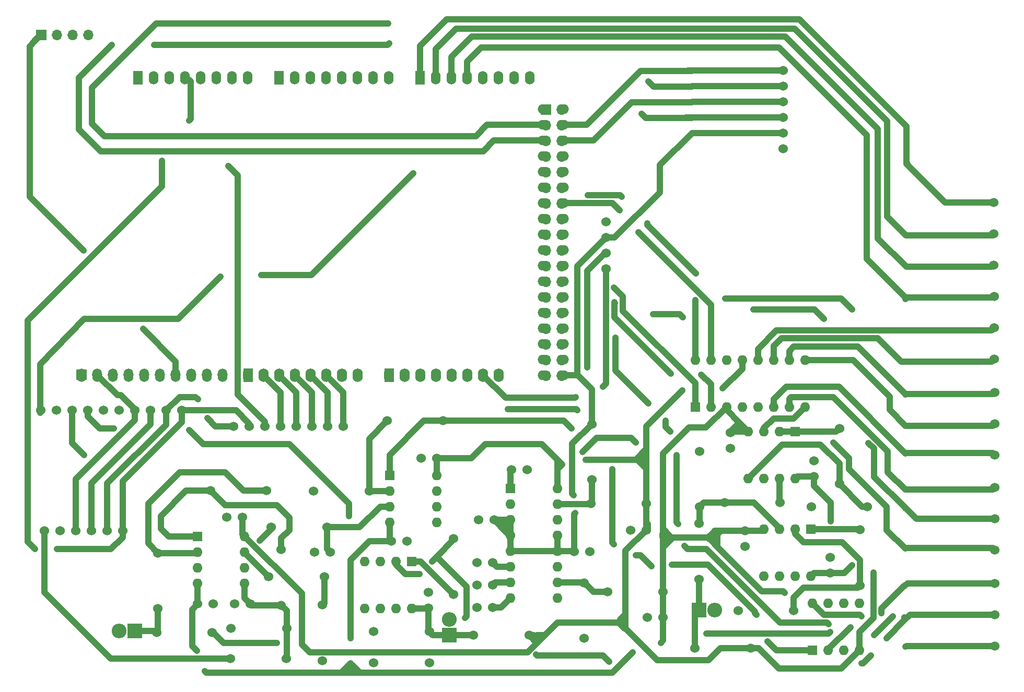
<source format=gbr>
G04 #@! TF.FileFunction,Copper,L2,Bot,Signal*
%FSLAX46Y46*%
G04 Gerber Fmt 4.6, Leading zero omitted, Abs format (unit mm)*
G04 Created by KiCad (PCBNEW 4.0.7) date 05/29/18 15:05:14*
%MOMM*%
%LPD*%
G01*
G04 APERTURE LIST*
%ADD10C,0.100000*%
%ADD11O,1.524000X2.199640*%
%ADD12O,1.524000X2.197100*%
%ADD13O,1.998980X1.539240*%
%ADD14O,1.998980X1.536700*%
%ADD15R,1.700000X1.700000*%
%ADD16O,1.700000X1.700000*%
%ADD17R,1.524000X2.199640*%
%ADD18C,1.524000*%
%ADD19R,2.400000X2.400000*%
%ADD20O,2.400000X2.400000*%
%ADD21R,1.600000X1.600000*%
%ADD22O,1.600000X1.600000*%
%ADD23C,0.600000*%
%ADD24C,1.000000*%
G04 APERTURE END LIST*
D10*
D11*
X71019200Y-61748800D03*
X73559200Y-61748800D03*
X76099200Y-61748800D03*
X78639200Y-61748800D03*
X81179200Y-61748800D03*
X83719200Y-61748800D03*
X86259200Y-61748800D03*
X88799200Y-61748800D03*
X93879200Y-61748800D03*
X96419200Y-61748800D03*
X98959200Y-61748800D03*
X101499200Y-61748800D03*
X104039200Y-61748800D03*
X106579200Y-61748800D03*
X109119200Y-61748800D03*
X111659200Y-61748800D03*
X116739200Y-61748800D03*
X119279200Y-61748800D03*
X121819200Y-61748800D03*
D12*
X124359200Y-61748800D03*
X126899200Y-61748800D03*
X129439200Y-61748800D03*
X131979200Y-61748800D03*
X134519200Y-61748800D03*
D13*
X136810280Y-66828800D03*
X136810280Y-69368800D03*
X136810280Y-71908800D03*
X136810280Y-74448800D03*
X136810280Y-76988800D03*
X136810280Y-79528800D03*
X136810280Y-82068800D03*
X136810280Y-84608800D03*
X136810280Y-87148800D03*
X136810280Y-89688800D03*
X136810280Y-92228800D03*
X136810280Y-94768800D03*
X136810280Y-97308800D03*
X136810280Y-99848800D03*
X136810280Y-102388800D03*
X136810280Y-104928800D03*
X136810280Y-107468800D03*
X136810280Y-110008800D03*
D14*
X139845580Y-66828800D03*
X139845580Y-69368800D03*
X139845580Y-71908800D03*
X139845580Y-74448800D03*
X139845580Y-76988800D03*
X139845580Y-79528800D03*
X139845580Y-82068800D03*
X139845580Y-84608800D03*
X139845580Y-87148800D03*
X139845580Y-89688800D03*
X139845580Y-92228800D03*
X139845580Y-94768800D03*
X139845580Y-97308800D03*
X139845580Y-99848800D03*
X139845580Y-102388800D03*
X139845580Y-104928800D03*
X139845580Y-107468800D03*
X139845580Y-110008800D03*
D12*
X129439200Y-110008800D03*
X126899200Y-110008800D03*
X124359200Y-110008800D03*
X121819200Y-110008800D03*
X119279200Y-110008800D03*
X116739200Y-110008800D03*
X114199200Y-110008800D03*
X111659200Y-110008800D03*
X106579200Y-110008800D03*
X104039200Y-110008800D03*
X101499200Y-110008800D03*
X98959200Y-110008800D03*
X96419200Y-110008800D03*
X93879200Y-110008800D03*
X91339200Y-110008800D03*
X88799200Y-110008800D03*
X84735200Y-110008800D03*
X82195200Y-110008800D03*
X79655200Y-110008800D03*
X77115200Y-110008800D03*
X74575200Y-110008800D03*
X72035200Y-110008800D03*
X69495200Y-110008800D03*
X66955200Y-110008800D03*
X64415200Y-110008800D03*
X61875200Y-110008800D03*
D15*
X61870000Y-109970000D03*
D16*
X64410000Y-109970000D03*
X66950000Y-109970000D03*
X69490000Y-109970000D03*
X72030000Y-109970000D03*
X74570000Y-109970000D03*
X77110000Y-109970000D03*
X79650000Y-109970000D03*
X82190000Y-109970000D03*
X84730000Y-109970000D03*
D17*
X88809200Y-109998800D03*
D11*
X91349200Y-109998800D03*
X93889200Y-109998800D03*
X96429200Y-109998800D03*
X98969200Y-109998800D03*
X101509200Y-109998800D03*
X104049200Y-109998800D03*
X106589200Y-109998800D03*
D17*
X111669200Y-110008800D03*
D11*
X114209200Y-110008800D03*
X116749200Y-110008800D03*
X119289200Y-110008800D03*
X121829200Y-110008800D03*
X124369200Y-110008800D03*
X126909200Y-110008800D03*
X129449200Y-110008800D03*
D15*
X137079200Y-66898800D03*
D16*
X139619200Y-66898800D03*
X137079200Y-69438800D03*
X139619200Y-69438800D03*
X137079200Y-71978800D03*
X139619200Y-71978800D03*
X137079200Y-74518800D03*
X139619200Y-74518800D03*
X137079200Y-77058800D03*
X139619200Y-77058800D03*
X137079200Y-79598800D03*
X139619200Y-79598800D03*
X137079200Y-82138800D03*
X139619200Y-82138800D03*
X137079200Y-84678800D03*
X139619200Y-84678800D03*
X137079200Y-87218800D03*
X139619200Y-87218800D03*
X137079200Y-89758800D03*
X139619200Y-89758800D03*
X137079200Y-92298800D03*
X139619200Y-92298800D03*
X137079200Y-94838800D03*
X139619200Y-94838800D03*
X137079200Y-97378800D03*
X139619200Y-97378800D03*
X137079200Y-99918800D03*
X139619200Y-99918800D03*
X137079200Y-102458800D03*
X139619200Y-102458800D03*
X137079200Y-104998800D03*
X139619200Y-104998800D03*
X137079200Y-107538800D03*
X139619200Y-107538800D03*
X137079200Y-110078800D03*
X139619200Y-110078800D03*
D17*
X93879200Y-61748800D03*
D11*
X96419200Y-61748800D03*
X98959200Y-61748800D03*
X101499200Y-61748800D03*
X104039200Y-61748800D03*
X106579200Y-61748800D03*
X109119200Y-61748800D03*
X111659200Y-61748800D03*
D17*
X116739200Y-61748800D03*
D11*
X119279200Y-61748800D03*
X121819200Y-61748800D03*
X124359200Y-61748800D03*
X126899200Y-61748800D03*
X129439200Y-61748800D03*
X131979200Y-61748800D03*
X134519200Y-61748800D03*
D17*
X71019200Y-61748800D03*
D11*
X73559200Y-61748800D03*
X76099200Y-61748800D03*
X78639200Y-61748800D03*
X81179200Y-61748800D03*
X83719200Y-61748800D03*
X86259200Y-61748800D03*
X88799200Y-61748800D03*
D18*
X146862800Y-85170100D03*
X146862800Y-87710100D03*
X146862800Y-90250100D03*
X146862800Y-92790100D03*
X175560000Y-60540000D03*
X175560000Y-63080000D03*
X175560000Y-65620000D03*
X175560000Y-68160000D03*
X175560000Y-70700000D03*
X175560000Y-73240000D03*
X86500000Y-118310000D03*
X89040000Y-118310000D03*
X91580000Y-118310000D03*
X94120000Y-118310000D03*
X96660000Y-118310000D03*
X99200000Y-118310000D03*
X101740000Y-118310000D03*
X104280000Y-118310000D03*
D19*
X161890000Y-148090000D03*
D20*
X164430000Y-148090000D03*
D19*
X70520000Y-151550000D03*
D20*
X67980000Y-151550000D03*
D19*
X121412000Y-152146000D03*
D20*
X121412000Y-149606000D03*
D18*
X209690000Y-81960000D03*
X209690000Y-87040000D03*
X209690000Y-92120000D03*
X209740000Y-97280000D03*
X209740000Y-102360000D03*
X209740000Y-107440000D03*
X209800000Y-112810000D03*
X209800000Y-117890000D03*
X209800000Y-122970000D03*
X209850000Y-128230000D03*
X209850000Y-133310000D03*
X209850000Y-138390000D03*
X161900000Y-134110000D03*
X161900000Y-143110000D03*
X162010000Y-122370000D03*
X162010000Y-131370000D03*
X177240000Y-148190000D03*
X168240000Y-148190000D03*
X187990000Y-135110000D03*
X187990000Y-144110000D03*
X83040000Y-151730000D03*
X74040000Y-151730000D03*
X74220000Y-138860000D03*
X74220000Y-147860000D03*
X82788000Y-128738000D03*
X91788000Y-128738000D03*
X95012000Y-155996000D03*
X86012000Y-155996000D03*
X86090000Y-151090000D03*
X95090000Y-151090000D03*
X94194000Y-147336000D03*
X94194000Y-138336000D03*
X100878000Y-147304000D03*
X100878000Y-156304000D03*
X92186000Y-142708000D03*
X101186000Y-142708000D03*
X101616000Y-134660000D03*
X92616000Y-134660000D03*
X108474000Y-128818000D03*
X99474000Y-128818000D03*
X120412000Y-117388000D03*
X111412000Y-117388000D03*
X134382000Y-152186000D03*
X125382000Y-152186000D03*
X109204000Y-151598000D03*
X118204000Y-151598000D03*
X109204000Y-156678000D03*
X118204000Y-156678000D03*
X122134000Y-145558000D03*
X122134000Y-136558000D03*
D21*
X161290000Y-115189000D03*
D22*
X179070000Y-107569000D03*
X163830000Y-115189000D03*
X176530000Y-107569000D03*
X166370000Y-115189000D03*
X173990000Y-107569000D03*
X168910000Y-115189000D03*
X171450000Y-107569000D03*
X171450000Y-115189000D03*
X168910000Y-107569000D03*
X173990000Y-115189000D03*
X166370000Y-107569000D03*
X176530000Y-115189000D03*
X163830000Y-107569000D03*
X179070000Y-115189000D03*
X161290000Y-107569000D03*
D18*
X55231540Y-115721640D03*
X57771540Y-115721640D03*
X60311540Y-115721640D03*
X62851540Y-115721640D03*
X65391540Y-115721640D03*
X67931540Y-115721640D03*
X70471540Y-115721640D03*
X73011540Y-115721640D03*
X75551540Y-115721640D03*
X78091540Y-115721640D03*
D21*
X131318000Y-128422400D03*
D22*
X138938000Y-146202400D03*
X131318000Y-130962400D03*
X138938000Y-143662400D03*
X131318000Y-133502400D03*
X138938000Y-141122400D03*
X131318000Y-136042400D03*
X138938000Y-138582400D03*
X131318000Y-138582400D03*
X138938000Y-136042400D03*
X131318000Y-141122400D03*
X138938000Y-133502400D03*
X131318000Y-143662400D03*
X138938000Y-130962400D03*
X131318000Y-146202400D03*
X138938000Y-128422400D03*
D18*
X131495800Y-125361700D03*
X134035800Y-125361700D03*
X128689100Y-133489700D03*
X126149100Y-133489700D03*
X128460500Y-140423900D03*
X125920500Y-140423900D03*
X128498600Y-144043400D03*
X125958600Y-144043400D03*
X128498600Y-147662900D03*
X125958600Y-147662900D03*
X167015160Y-121899680D03*
X167015160Y-119359680D03*
X180512720Y-123936760D03*
X180512720Y-126476760D03*
X141696440Y-138623040D03*
X144236440Y-138623040D03*
X156083000Y-149326600D03*
X153543000Y-149326600D03*
X153377900Y-135128000D03*
X150837900Y-135128000D03*
X183170000Y-139570000D03*
X183170000Y-142110000D03*
X169370000Y-137800000D03*
X169370000Y-135260000D03*
X83167540Y-147136000D03*
X80627540Y-147136000D03*
X85420520Y-133079640D03*
X87960520Y-133079640D03*
X86614000Y-147066000D03*
X89154000Y-147066000D03*
X99568000Y-138684000D03*
X102108000Y-138684000D03*
X116840000Y-123444000D03*
X119380000Y-123444000D03*
X114554000Y-136906000D03*
X112014000Y-136906000D03*
X118061740Y-145272760D03*
X118061740Y-147812760D03*
X153381200Y-130811900D03*
X144381200Y-130811900D03*
X147062700Y-145184500D03*
X156062700Y-145184500D03*
X144520280Y-117956840D03*
X144520280Y-126956840D03*
X143318860Y-143717520D03*
X143318860Y-152717520D03*
X184656100Y-127625600D03*
X184656100Y-118625600D03*
X189160000Y-131330000D03*
X180160000Y-131330000D03*
X161260000Y-154330000D03*
X170260000Y-154330000D03*
X166049200Y-130706500D03*
X175049200Y-130706500D03*
D21*
X177535840Y-119146320D03*
D22*
X169915840Y-126766320D03*
X174995840Y-119146320D03*
X172455840Y-126766320D03*
X172455840Y-119146320D03*
X174995840Y-126766320D03*
X169915840Y-119146320D03*
X177535840Y-126766320D03*
D21*
X180000000Y-135000000D03*
D22*
X172380000Y-142620000D03*
X177460000Y-135000000D03*
X174920000Y-142620000D03*
X174920000Y-135000000D03*
X177460000Y-142620000D03*
X172380000Y-135000000D03*
X180000000Y-142620000D03*
D21*
X80637700Y-136168280D03*
D22*
X88257700Y-143788280D03*
X80637700Y-138708280D03*
X88257700Y-141248280D03*
X80637700Y-141248280D03*
X88257700Y-138708280D03*
X80637700Y-143788280D03*
X88257700Y-136168280D03*
D21*
X111760000Y-126238000D03*
D22*
X119380000Y-133858000D03*
X111760000Y-128778000D03*
X119380000Y-131318000D03*
X111760000Y-131318000D03*
X119380000Y-128778000D03*
X111760000Y-133858000D03*
X119380000Y-126238000D03*
D21*
X115316000Y-140208000D03*
D22*
X107696000Y-147828000D03*
X112776000Y-140208000D03*
X110236000Y-147828000D03*
X110236000Y-140208000D03*
X112776000Y-147828000D03*
X107696000Y-140208000D03*
X115316000Y-147828000D03*
D18*
X55840000Y-135261100D03*
X58380000Y-135261100D03*
X60920000Y-135261100D03*
X63460000Y-135261100D03*
X66000000Y-135261100D03*
X68540000Y-135261100D03*
D21*
X180319680Y-154614880D03*
D22*
X187939680Y-146994880D03*
X182859680Y-154614880D03*
X185399680Y-146994880D03*
X185399680Y-154614880D03*
X182859680Y-146994880D03*
X187939680Y-154614880D03*
X180319680Y-146994880D03*
D18*
X209850000Y-143770000D03*
X209850000Y-148850000D03*
X209850000Y-153930000D03*
D15*
X55320000Y-54820000D03*
D16*
X57860000Y-54820000D03*
X60400000Y-54820000D03*
X62940000Y-54820000D03*
D23*
X85600000Y-76070000D03*
X79250000Y-68710000D03*
X74853800Y-75209400D03*
X54315360Y-138247120D03*
X57891680Y-138247120D03*
X183134000Y-151638000D03*
X163068000Y-151892000D03*
X141599920Y-129473960D03*
X141823440Y-132379720D03*
X153670000Y-62318900D03*
X111506000Y-52920900D03*
X66725800Y-56388000D03*
X73583800Y-56388000D03*
X111683800Y-56134000D03*
X152577800Y-67564000D03*
X149085300Y-83299300D03*
X152107900Y-86855300D03*
X143891000Y-80818798D03*
X149367240Y-81026000D03*
X153502360Y-85384640D03*
X161437320Y-93543120D03*
X161300195Y-97815365D03*
X148112802Y-95778320D03*
X148249640Y-98348800D03*
X157358080Y-109804200D03*
X162275520Y-109915960D03*
X148336000Y-103886000D03*
X153670000Y-114554000D03*
X156464000Y-117348000D03*
X157226000Y-119126000D03*
X158242000Y-122936000D03*
X158496000Y-134112000D03*
X159512000Y-137668000D03*
X182880000Y-150368000D03*
X130926840Y-115503960D03*
X142214600Y-115727480D03*
X146349720Y-111927640D03*
X143835120Y-108742480D03*
X141935200Y-113548160D03*
X190246000Y-152146000D03*
X193294000Y-149098000D03*
X80700000Y-113920000D03*
X82220000Y-116971642D03*
X175768000Y-145288000D03*
X105410000Y-156718000D03*
X105410000Y-152654000D03*
X81788000Y-157988000D03*
X80518000Y-154745998D03*
X151130000Y-154940000D03*
X155702000Y-153416000D03*
X143510000Y-123698000D03*
X139700000Y-124460000D03*
X97536000Y-153416000D03*
X93472000Y-153416000D03*
X183220000Y-133749998D03*
X186730000Y-140860000D03*
X190230000Y-142000000D03*
X165768020Y-112151160D03*
X159174180Y-112486440D03*
X189374815Y-121013185D03*
X186690000Y-99314000D03*
X166116000Y-97536000D03*
X159258000Y-100584000D03*
X154432000Y-100076000D03*
X84328000Y-93980000D03*
X90932000Y-93726000D03*
X115570000Y-77216000D03*
X170688000Y-99314000D03*
X182118000Y-100838000D03*
X183642000Y-120904000D03*
X188214000Y-149098000D03*
X191480002Y-148590000D03*
X192278000Y-152654000D03*
X189738000Y-155448000D03*
X188214000Y-156718000D03*
X147320000Y-156464000D03*
X135503885Y-155315885D03*
X123952000Y-149352000D03*
X116586000Y-142240000D03*
X118618000Y-140208000D03*
X186436000Y-150876000D03*
X151638000Y-120904000D03*
X143002000Y-122428000D03*
X62230000Y-122936000D03*
X90720595Y-136863405D03*
X141224000Y-118618000D03*
X147828000Y-125222000D03*
X148082000Y-137414000D03*
X151638000Y-139192000D03*
X154178000Y-140970000D03*
X157480000Y-140716000D03*
X171196000Y-148844000D03*
X172974000Y-153162000D03*
X105156000Y-132842000D03*
X79248000Y-118872000D03*
X67056000Y-118618000D03*
X71820000Y-102530000D03*
X62210000Y-89790000D03*
D24*
X78639200Y-61748800D02*
X78888800Y-61748800D01*
X78888800Y-61748800D02*
X79500000Y-62360000D01*
X91580000Y-118310000D02*
X91580000Y-117600000D01*
X91580000Y-117600000D02*
X87120000Y-113140000D01*
X87120000Y-113140000D02*
X87120000Y-77590000D01*
X87120000Y-77590000D02*
X85600000Y-76070000D01*
X79250000Y-68710000D02*
X79500000Y-68460000D01*
X79500000Y-68460000D02*
X79500000Y-62360000D01*
X175560000Y-70700000D02*
X160812760Y-70700000D01*
X155569920Y-80355440D02*
X155569920Y-75942840D01*
X148215260Y-87710100D02*
X155569920Y-80355440D01*
X148215260Y-87710100D02*
X146862800Y-87710100D01*
X155569920Y-75942840D02*
X160696280Y-70816480D01*
X160812760Y-70700000D02*
X160696280Y-70816480D01*
X68540000Y-135261100D02*
X68540000Y-136316080D01*
X74853800Y-79364840D02*
X74853800Y-75209400D01*
X53086000Y-101132640D02*
X74853800Y-79364840D01*
X53086000Y-137017760D02*
X53086000Y-101132640D01*
X54315360Y-138247120D02*
X53086000Y-137017760D01*
X66608960Y-138247120D02*
X57891680Y-138247120D01*
X68540000Y-136316080D02*
X66608960Y-138247120D01*
X118061740Y-147812760D02*
X118061740Y-151455740D01*
X118061740Y-151455740D02*
X118204000Y-151598000D01*
X115316000Y-147828000D02*
X118046500Y-147828000D01*
X118046500Y-147828000D02*
X118061740Y-147812760D01*
X183134000Y-151638000D02*
X182880000Y-151892000D01*
X182880000Y-151892000D02*
X163068000Y-151892000D01*
X138938000Y-138582400D02*
X131318000Y-138582400D01*
X68540000Y-135261100D02*
X68540000Y-127210000D01*
X78091540Y-117658460D02*
X78091540Y-115721640D01*
X68540000Y-127210000D02*
X78091540Y-117658460D01*
X89040000Y-118310000D02*
X89040000Y-117870000D01*
X89040000Y-117870000D02*
X86891640Y-115721640D01*
X86891640Y-115721640D02*
X78091540Y-115721640D01*
X139599200Y-110008800D02*
X141860400Y-110008800D01*
X142214600Y-92358300D02*
X146862800Y-87710100D01*
X142214600Y-109654600D02*
X142214600Y-92358300D01*
X141860400Y-110008800D02*
X142214600Y-109654600D01*
X144520280Y-117956840D02*
X144520280Y-112277520D01*
X142251560Y-110008800D02*
X139599200Y-110008800D01*
X144520280Y-112277520D02*
X142251560Y-110008800D01*
X141696440Y-138623040D02*
X141696440Y-132506720D01*
X141376400Y-121100720D02*
X144520280Y-117956840D01*
X141376400Y-129250440D02*
X141376400Y-121100720D01*
X141599920Y-129473960D02*
X141376400Y-129250440D01*
X141696440Y-132506720D02*
X141823440Y-132379720D01*
X138938000Y-138582400D02*
X138938000Y-136042400D01*
X138938000Y-138582400D02*
X141655800Y-138582400D01*
X141655800Y-138582400D02*
X141696440Y-138623040D01*
X131318000Y-136042400D02*
X131318000Y-138582400D01*
X130705860Y-135506460D02*
X130705860Y-134393940D01*
X130705860Y-134393940D02*
X129801620Y-133489700D01*
X131318000Y-136042400D02*
X131241800Y-136042400D01*
X131241800Y-136042400D02*
X130705860Y-135506460D01*
X130705860Y-135506460D02*
X128689100Y-133489700D01*
X131318000Y-136042400D02*
X131318000Y-133502400D01*
X128689100Y-133489700D02*
X129801620Y-133489700D01*
X129801620Y-133489700D02*
X131305300Y-133489700D01*
X131305300Y-133489700D02*
X131318000Y-133502400D01*
X121412000Y-152146000D02*
X118752000Y-152146000D01*
X118752000Y-152146000D02*
X118204000Y-151598000D01*
X125382000Y-152186000D02*
X121452000Y-152186000D01*
X121452000Y-152186000D02*
X121412000Y-152146000D01*
X209690000Y-81960000D02*
X201760000Y-81960000D01*
X195520000Y-75380000D02*
X195491600Y-75380000D01*
X195520000Y-75720000D02*
X195520000Y-75380000D01*
X201760000Y-81960000D02*
X195520000Y-75720000D01*
X116739200Y-61748800D02*
X116739200Y-56577700D01*
X195491600Y-69596500D02*
X195491600Y-75380000D01*
X195491600Y-75380000D02*
X195880000Y-76080000D01*
X178181000Y-52285900D02*
X195491600Y-69596500D01*
X121031000Y-52285900D02*
X178181000Y-52285900D01*
X116739200Y-56577700D02*
X121031000Y-52285900D01*
X195467450Y-87332550D02*
X209397450Y-87332550D01*
X209397450Y-87332550D02*
X209690000Y-87040000D01*
X119279200Y-57085700D02*
X122555000Y-53809900D01*
X122555000Y-53809900D02*
X177419000Y-53809900D01*
X177419000Y-53809900D02*
X192405000Y-68795900D01*
X192405000Y-68795900D02*
X192405000Y-84270100D01*
X192405000Y-84270100D02*
X195467450Y-87332550D01*
X195467450Y-87332550D02*
X195491600Y-87356700D01*
X119279200Y-57085700D02*
X119279200Y-61748800D01*
X209373300Y-92436700D02*
X195491600Y-92436700D01*
X121819200Y-58355700D02*
X125095000Y-55079900D01*
X125095000Y-55079900D02*
X175895000Y-55079900D01*
X175895000Y-55079900D02*
X190881000Y-70065900D01*
X190881000Y-70065900D02*
X190881000Y-87826100D01*
X190881000Y-87826100D02*
X195491600Y-92436700D01*
X121819200Y-58355700D02*
X121819200Y-61748800D01*
X209373300Y-92436700D02*
X209690000Y-92120000D01*
X195379840Y-97424740D02*
X209595260Y-97424740D01*
X209595260Y-97424740D02*
X209740000Y-97280000D01*
X124359200Y-61748800D02*
X124359200Y-59117700D01*
X189103000Y-91147900D02*
X195379840Y-97424740D01*
X189103000Y-71081900D02*
X189103000Y-91147900D01*
X174879000Y-56857900D02*
X189103000Y-71081900D01*
X126619000Y-56857900D02*
X174879000Y-56857900D01*
X124359200Y-59117700D02*
X126619000Y-56857900D01*
X195379840Y-97424740D02*
X195379840Y-97666560D01*
X175560000Y-63080000D02*
X160812760Y-63080000D01*
X154547580Y-63196480D02*
X153670000Y-62318900D01*
X111506000Y-52920900D02*
X73914000Y-52920900D01*
X73914000Y-52920900D02*
X63500000Y-63334900D01*
X63500000Y-63334900D02*
X63500000Y-69176900D01*
X63500000Y-69176900D02*
X65532000Y-71208900D01*
X65532000Y-71208900D02*
X125730000Y-71208900D01*
X125730000Y-71208900D02*
X127570100Y-69368800D01*
X127570100Y-69368800D02*
X137059200Y-69368800D01*
X160696280Y-63196480D02*
X154547580Y-63196480D01*
X160812760Y-63080000D02*
X160696280Y-63196480D01*
X175560000Y-68160000D02*
X159812960Y-68160000D01*
X159812960Y-68160000D02*
X159696480Y-68276480D01*
X160696280Y-68276480D02*
X159696480Y-68276480D01*
X159696480Y-68276480D02*
X153290280Y-68276480D01*
X128675000Y-71908800D02*
X137059200Y-71908800D01*
X126923800Y-73660000D02*
X128675000Y-71908800D01*
X64947800Y-73660000D02*
X126923800Y-73660000D01*
X61391800Y-70104000D02*
X64947800Y-73660000D01*
X61391800Y-61722000D02*
X61391800Y-70104000D01*
X66725800Y-56388000D02*
X61391800Y-61722000D01*
X111429800Y-56388000D02*
X73583800Y-56388000D01*
X111683800Y-56134000D02*
X111429800Y-56388000D01*
X153290280Y-68276480D02*
X152577800Y-67564000D01*
X175560000Y-60540000D02*
X160130000Y-60540000D01*
X160130000Y-60540000D02*
X160013520Y-60656480D01*
X160696280Y-60656480D02*
X160013520Y-60656480D01*
X160013520Y-60656480D02*
X152436820Y-60656480D01*
X143724500Y-69368800D02*
X139599200Y-69368800D01*
X152436820Y-60656480D02*
X143724500Y-69368800D01*
X139659200Y-69428800D02*
X139599200Y-69368800D01*
X139899200Y-69668800D02*
X139599200Y-69368800D01*
X175560000Y-65620000D02*
X160812760Y-65620000D01*
X151022040Y-65736480D02*
X144849720Y-71908800D01*
X144849720Y-71908800D02*
X139599200Y-71908800D01*
X160696280Y-65736480D02*
X151022040Y-65736480D01*
X160812760Y-65620000D02*
X160696280Y-65736480D01*
X139619200Y-71978800D02*
X139599200Y-71908800D01*
X163830000Y-107569000D02*
X163830000Y-98577400D01*
X147854800Y-82068800D02*
X139599200Y-82068800D01*
X149085300Y-83299300D02*
X147854800Y-82068800D01*
X163830000Y-98577400D02*
X152107900Y-86855300D01*
X161290000Y-107569000D02*
X161290000Y-97825560D01*
X149160038Y-80818798D02*
X143891000Y-80818798D01*
X149367240Y-81026000D02*
X149160038Y-80818798D01*
X153502360Y-85608160D02*
X153502360Y-85384640D01*
X161437320Y-93543120D02*
X153502360Y-85608160D01*
X161290000Y-97825560D02*
X161300195Y-97815365D01*
X161290000Y-115189000D02*
X161290000Y-111333280D01*
X149534880Y-97200398D02*
X148112802Y-95778320D01*
X149534880Y-99578160D02*
X149534880Y-97200398D01*
X161290000Y-111333280D02*
X149534880Y-99578160D01*
X148249640Y-98348800D02*
X148193760Y-98348800D01*
X163830000Y-115189000D02*
X163830000Y-111470440D01*
X148193760Y-100639880D02*
X148193760Y-98348800D01*
X148193760Y-98348800D02*
X148193760Y-98181160D01*
X157358080Y-109804200D02*
X148193760Y-100639880D01*
X163830000Y-111470440D02*
X162275520Y-109915960D01*
X148336000Y-109220000D02*
X148336000Y-103886000D01*
X153670000Y-114554000D02*
X148336000Y-109220000D01*
X156464000Y-118364000D02*
X156464000Y-117348000D01*
X157226000Y-119126000D02*
X156464000Y-118364000D01*
X158242000Y-133858000D02*
X158242000Y-122936000D01*
X158496000Y-134112000D02*
X158242000Y-133858000D01*
X160020000Y-138176000D02*
X159512000Y-137668000D01*
X163068000Y-138176000D02*
X160020000Y-138176000D01*
X175006000Y-150114000D02*
X163068000Y-138176000D01*
X182626000Y-150114000D02*
X175006000Y-150114000D01*
X182880000Y-150368000D02*
X182626000Y-150114000D01*
X63460000Y-135261100D02*
X63460000Y-127540000D01*
X73011540Y-117988460D02*
X73011540Y-115721640D01*
X63460000Y-127540000D02*
X73011540Y-117988460D01*
X146862800Y-92790100D02*
X146862800Y-111414560D01*
X141991080Y-115503960D02*
X130926840Y-115503960D01*
X142214600Y-115727480D02*
X141991080Y-115503960D01*
X146862800Y-111414560D02*
X146349720Y-111927640D01*
X60920000Y-135261100D02*
X60920000Y-126840000D01*
X70471540Y-117288460D02*
X70471540Y-115721640D01*
X60920000Y-126840000D02*
X70471540Y-117288460D01*
X70471540Y-115721640D02*
X70471540Y-115511540D01*
X70471540Y-115511540D02*
X68230000Y-113270000D01*
X68230000Y-113270000D02*
X67676400Y-113270000D01*
X67676400Y-113270000D02*
X64415200Y-110008800D01*
X146862800Y-90250100D02*
X146681100Y-90250100D01*
X146681100Y-90250100D02*
X143835120Y-93096080D01*
X143835120Y-93096080D02*
X143835120Y-108742480D01*
X141935200Y-113548160D02*
X141823440Y-113659920D01*
X141823440Y-113659920D02*
X130550320Y-113659920D01*
X130550320Y-113659920D02*
X126899200Y-110008800D01*
X101740000Y-118310000D02*
X101740000Y-112789600D01*
X101740000Y-112789600D02*
X98959200Y-110008800D01*
X99200000Y-118310000D02*
X99200000Y-112789600D01*
X99200000Y-112789600D02*
X96419200Y-110008800D01*
X96660000Y-118310000D02*
X96660000Y-112789600D01*
X96660000Y-112789600D02*
X93879200Y-110008800D01*
X94120000Y-118310000D02*
X94120000Y-112789600D01*
X94120000Y-112789600D02*
X91339200Y-110008800D01*
X190246000Y-152146000D02*
X193294000Y-149098000D01*
X86500000Y-118310000D02*
X83558358Y-118310000D01*
X77733180Y-113540000D02*
X75551540Y-115721640D01*
X80320000Y-113540000D02*
X77733180Y-113540000D01*
X80700000Y-113920000D02*
X80320000Y-113540000D01*
X83558358Y-118310000D02*
X82220000Y-116971642D01*
X75551540Y-115721640D02*
X75551540Y-118028460D01*
X66000000Y-127580000D02*
X66000000Y-135261100D01*
X75551540Y-118028460D02*
X66000000Y-127580000D01*
X131318000Y-128422400D02*
X131318000Y-125539500D01*
X131318000Y-125539500D02*
X131495800Y-125361700D01*
X131318000Y-141122400D02*
X129159000Y-141122400D01*
X129159000Y-141122400D02*
X128460500Y-140423900D01*
X131318000Y-143662400D02*
X128879600Y-143662400D01*
X128879600Y-143662400D02*
X128498600Y-144043400D01*
X128498600Y-147662900D02*
X129857500Y-147662900D01*
X129857500Y-147662900D02*
X131318000Y-146202400D01*
X164904000Y-137864000D02*
X164904000Y-135832000D01*
X164465000Y-136271000D02*
X164465000Y-137425000D01*
X164592000Y-136906000D02*
X164094000Y-136906000D01*
X164592000Y-137298000D02*
X164592000Y-136906000D01*
X164465000Y-137425000D02*
X164592000Y-137298000D01*
X165608000Y-135260000D02*
X165476000Y-135260000D01*
X165476000Y-135260000D02*
X164904000Y-135832000D01*
X164904000Y-135832000D02*
X164465000Y-136271000D01*
X164465000Y-136271000D02*
X164094000Y-136642000D01*
X164094000Y-135646000D02*
X164094000Y-136642000D01*
X164094000Y-136642000D02*
X164094000Y-136906000D01*
X164094000Y-136906000D02*
X164094000Y-137054000D01*
X164094000Y-137054000D02*
X164084000Y-137044000D01*
X164084000Y-137044000D02*
X164084000Y-136906000D01*
X164084000Y-136906000D02*
X164084000Y-137044000D01*
X172074000Y-145034000D02*
X164904000Y-137864000D01*
X164904000Y-137864000D02*
X164084000Y-137044000D01*
X175514000Y-145034000D02*
X172074000Y-145034000D01*
X175768000Y-145288000D02*
X175514000Y-145034000D01*
X164084000Y-137044000D02*
X163390000Y-136350000D01*
X105664000Y-156972000D02*
X105664000Y-157988000D01*
X105664000Y-157988000D02*
X105410000Y-158242000D01*
X105156000Y-156972000D02*
X105664000Y-156972000D01*
X105664000Y-156972000D02*
X106934000Y-158242000D01*
X112014000Y-136906000D02*
X108458000Y-136906000D01*
X105410000Y-156718000D02*
X105156000Y-156972000D01*
X105156000Y-156972000D02*
X103886000Y-158242000D01*
X105410000Y-139954000D02*
X105410000Y-152654000D01*
X108458000Y-136906000D02*
X105410000Y-139954000D01*
X111760000Y-133858000D02*
X111760000Y-136652000D01*
X111760000Y-136652000D02*
X112014000Y-136906000D01*
X80637700Y-143788280D02*
X80637700Y-147125840D01*
X80637700Y-147125840D02*
X79756000Y-148007540D01*
X82042000Y-158242000D02*
X103886000Y-158242000D01*
X81788000Y-157988000D02*
X82042000Y-158242000D01*
X79756000Y-153983998D02*
X80518000Y-154745998D01*
X79756000Y-148007540D02*
X79756000Y-153983998D01*
X103886000Y-158242000D02*
X105410000Y-158242000D01*
X105410000Y-158242000D02*
X106934000Y-158242000D01*
X106934000Y-158242000D02*
X147828000Y-158242000D01*
X147828000Y-158242000D02*
X151130000Y-154940000D01*
X155702000Y-153416000D02*
X156083000Y-153035000D01*
X156083000Y-153035000D02*
X156083000Y-149326600D01*
X156062700Y-137977300D02*
X157690000Y-136350000D01*
X157690000Y-136350000D02*
X157190000Y-136350000D01*
X156062700Y-134280000D02*
X156062700Y-134932700D01*
X156062700Y-134932700D02*
X157190000Y-136060000D01*
X157190000Y-136060000D02*
X157190000Y-136350000D01*
X169370000Y-135260000D02*
X165608000Y-135260000D01*
X165608000Y-135260000D02*
X164480000Y-135260000D01*
X156020000Y-135790000D02*
X156062700Y-135747300D01*
X156020000Y-136307300D02*
X156020000Y-135790000D01*
X156062700Y-136350000D02*
X156020000Y-136307300D01*
X163390000Y-136350000D02*
X156062700Y-136350000D01*
X164480000Y-135260000D02*
X164094000Y-135646000D01*
X164094000Y-135646000D02*
X163390000Y-136350000D01*
X169370000Y-135260000D02*
X172120000Y-135260000D01*
X172120000Y-135260000D02*
X172380000Y-135000000D01*
X167015160Y-119359680D02*
X167015160Y-119174260D01*
X167015160Y-119174260D02*
X168479470Y-117709950D01*
X167015160Y-119174260D02*
X167723820Y-118465600D01*
X167723820Y-118465600D02*
X169235120Y-118465600D01*
X166370000Y-115189000D02*
X166370000Y-115600480D01*
X166370000Y-115600480D02*
X168479470Y-117709950D01*
X168479470Y-117709950D02*
X169235120Y-118465600D01*
X169235120Y-118465600D02*
X169915840Y-119146320D01*
X169915840Y-119146320D02*
X167228520Y-119146320D01*
X167228520Y-119146320D02*
X167015160Y-119359680D01*
X156062700Y-145184500D02*
X156062700Y-137977300D01*
X156062700Y-137977300D02*
X156062700Y-135747300D01*
X156062700Y-135747300D02*
X156062700Y-134280000D01*
X156062700Y-134280000D02*
X156062700Y-122727700D01*
X156062700Y-122727700D02*
X160286700Y-118503700D01*
X160286700Y-118503700D02*
X163055300Y-118503700D01*
X163055300Y-118503700D02*
X166370000Y-115189000D01*
X156062700Y-145184500D02*
X156062700Y-149306300D01*
X156062700Y-149306300D02*
X156083000Y-149326600D01*
X134382000Y-152186000D02*
X135168000Y-152186000D01*
X135636000Y-152654000D02*
X135636000Y-152186000D01*
X135168000Y-152186000D02*
X135636000Y-152654000D01*
X135636000Y-152186000D02*
X136866000Y-152186000D01*
X135612000Y-153416000D02*
X134382000Y-152186000D01*
X135636000Y-153416000D02*
X135612000Y-153416000D01*
X136866000Y-152186000D02*
X135636000Y-153416000D01*
X138938000Y-123698000D02*
X139700000Y-124460000D01*
X119380000Y-123444000D02*
X124968000Y-123444000D01*
X138938000Y-123698000D02*
X138938000Y-125222000D01*
X136398000Y-121158000D02*
X138938000Y-123698000D01*
X127254000Y-121158000D02*
X136398000Y-121158000D01*
X124968000Y-123444000D02*
X127254000Y-121158000D01*
X119380000Y-126238000D02*
X119380000Y-123444000D01*
X151638000Y-123698000D02*
X153381200Y-121954800D01*
X151130000Y-123698000D02*
X151638000Y-123698000D01*
X151638000Y-123698000D02*
X151892000Y-123698000D01*
X151892000Y-123698000D02*
X153381200Y-125187200D01*
X138938000Y-128422400D02*
X138938000Y-125222000D01*
X153162000Y-123444000D02*
X153381200Y-123444000D01*
X153162000Y-123478800D02*
X153162000Y-123444000D01*
X153381200Y-123698000D02*
X153162000Y-123478800D01*
X143510000Y-123698000D02*
X151130000Y-123698000D01*
X138938000Y-125222000D02*
X139700000Y-124460000D01*
X151130000Y-123698000D02*
X153381200Y-123698000D01*
X97536000Y-153416000D02*
X97536000Y-153670000D01*
X138938000Y-150114000D02*
X150000000Y-150114000D01*
X134112000Y-154940000D02*
X138938000Y-150114000D01*
X98806000Y-154940000D02*
X134112000Y-154940000D01*
X97536000Y-153670000D02*
X98806000Y-154940000D01*
X87960520Y-133079640D02*
X87960520Y-135871100D01*
X87960520Y-135871100D02*
X97536000Y-145446580D01*
X97536000Y-145446580D02*
X97536000Y-153416000D01*
X149860000Y-148844000D02*
X149860000Y-149098000D01*
X149860000Y-149098000D02*
X148844000Y-150114000D01*
X149098000Y-150114000D02*
X149098000Y-149606000D01*
X149098000Y-149606000D02*
X149860000Y-148844000D01*
X149860000Y-148844000D02*
X150000000Y-148704000D01*
X150000000Y-151070000D02*
X149800000Y-151070000D01*
X149800000Y-151070000D02*
X148844000Y-150114000D01*
X149098000Y-150368000D02*
X149098000Y-150114000D01*
X148844000Y-150114000D02*
X149098000Y-150368000D01*
X83040000Y-151730000D02*
X83150000Y-151730000D01*
X83150000Y-151730000D02*
X84836000Y-153416000D01*
X84836000Y-153416000D02*
X93472000Y-153416000D01*
X149098000Y-150114000D02*
X150000000Y-150114000D01*
X180512720Y-126476760D02*
X180512720Y-127972720D01*
X183220000Y-130680000D02*
X183220000Y-133749998D01*
X180512720Y-127972720D02*
X183220000Y-130680000D01*
X187939680Y-154614880D02*
X187939680Y-151690320D01*
X185480000Y-142110000D02*
X183170000Y-142110000D01*
X186730000Y-140860000D02*
X185480000Y-142110000D01*
X190230000Y-149400000D02*
X190230000Y-142000000D01*
X187939680Y-151690320D02*
X190230000Y-149400000D01*
X183170000Y-142110000D02*
X180510000Y-142110000D01*
X180510000Y-142110000D02*
X180000000Y-142620000D01*
X170260000Y-154330000D02*
X171590000Y-154330000D01*
X184934560Y-157620000D02*
X187939680Y-154614880D01*
X174880000Y-157620000D02*
X184934560Y-157620000D01*
X171590000Y-154330000D02*
X174880000Y-157620000D01*
X170260000Y-154330000D02*
X165400000Y-154330000D01*
X150000000Y-138505900D02*
X153377900Y-135128000D01*
X150000000Y-148704000D02*
X150000000Y-138505900D01*
X150000000Y-151070000D02*
X150000000Y-150114000D01*
X150000000Y-150114000D02*
X150000000Y-148704000D01*
X155180000Y-156250000D02*
X150000000Y-151070000D01*
X163480000Y-156250000D02*
X155180000Y-156250000D01*
X165400000Y-154330000D02*
X163480000Y-156250000D01*
X180512720Y-126476760D02*
X177825400Y-126476760D01*
X177825400Y-126476760D02*
X177535840Y-126766320D01*
X168910000Y-107569000D02*
X168910000Y-109009180D01*
X168910000Y-109009180D02*
X165768020Y-112151160D01*
X159174180Y-112486440D02*
X153381200Y-118279420D01*
X153381200Y-118279420D02*
X153381200Y-121954800D01*
X153381200Y-121954800D02*
X153381200Y-123444000D01*
X153381200Y-123444000D02*
X153381200Y-125187200D01*
X153381200Y-125187200D02*
X153381200Y-130811900D01*
X153381200Y-130811900D02*
X153381200Y-135156700D01*
X153381200Y-135156700D02*
X153619200Y-134918700D01*
X153619200Y-134918700D02*
X153619200Y-134150100D01*
X95090000Y-151090000D02*
X95090000Y-155918000D01*
X95090000Y-155918000D02*
X95012000Y-155996000D01*
X95090000Y-151090000D02*
X95090000Y-148232000D01*
X95090000Y-148232000D02*
X94194000Y-147336000D01*
X88257700Y-143788280D02*
X88257700Y-146169700D01*
X88257700Y-146169700D02*
X89424000Y-147336000D01*
X89424000Y-147336000D02*
X94194000Y-147336000D01*
X101616000Y-134660000D02*
X106894000Y-134660000D01*
X110236000Y-131318000D02*
X111760000Y-131318000D01*
X106894000Y-134660000D02*
X110236000Y-131318000D01*
X101616000Y-134660000D02*
X101616000Y-138192000D01*
X101616000Y-138192000D02*
X102108000Y-138684000D01*
X144520280Y-126956840D02*
X144520280Y-130672820D01*
X144520280Y-130672820D02*
X144381200Y-130811900D01*
X138938000Y-130962400D02*
X144230700Y-130962400D01*
X144230700Y-130962400D02*
X144381200Y-130811900D01*
X138938000Y-143662400D02*
X143263740Y-143662400D01*
X143263740Y-143662400D02*
X144785840Y-145184500D01*
X144785840Y-145184500D02*
X147062700Y-145184500D01*
X161900000Y-143110000D02*
X161900000Y-148080000D01*
X161900000Y-148080000D02*
X161260000Y-148720000D01*
X161260000Y-148720000D02*
X161260000Y-154330000D01*
X70520000Y-151550000D02*
X73860000Y-151550000D01*
X73860000Y-151550000D02*
X74220000Y-151190000D01*
X74220000Y-151190000D02*
X74220000Y-147860000D01*
X209353440Y-102746560D02*
X195379840Y-102746560D01*
X171450000Y-105765600D02*
X174469040Y-102746560D01*
X174469040Y-102746560D02*
X195379840Y-102746560D01*
X171450000Y-105765600D02*
X171450000Y-107569000D01*
X209353440Y-102746560D02*
X209740000Y-102360000D01*
X209353440Y-107826560D02*
X195379840Y-107826560D01*
X194710998Y-107826560D02*
X195379840Y-107826560D01*
X173990000Y-105283000D02*
X175276438Y-103996562D01*
X175276438Y-103996562D02*
X190881000Y-103996562D01*
X190881000Y-103996562D02*
X194710998Y-107826560D01*
X173990000Y-105283000D02*
X173990000Y-107569000D01*
X209353440Y-107826560D02*
X209740000Y-107440000D01*
X195368850Y-113091150D02*
X209518850Y-113091150D01*
X209518850Y-113091150D02*
X209800000Y-112810000D01*
X176530000Y-107569000D02*
X176530000Y-106095800D01*
X187662300Y-105384600D02*
X195368850Y-113091150D01*
X195368850Y-113091150D02*
X195402700Y-113125000D01*
X177241200Y-105384600D02*
X187662300Y-105384600D01*
X176530000Y-106095800D02*
X177241200Y-105384600D01*
X209485000Y-118205000D02*
X195402700Y-118205000D01*
X186893200Y-107569000D02*
X192824100Y-113499900D01*
X192824100Y-113499900D02*
X192824100Y-115626400D01*
X192824100Y-115626400D02*
X195402700Y-118205000D01*
X186893200Y-107569000D02*
X179070000Y-107569000D01*
X209485000Y-118205000D02*
X209800000Y-117890000D01*
X209490060Y-122660060D02*
X195359940Y-122660060D01*
X195402700Y-122702820D02*
X195359940Y-122660060D01*
X173990000Y-113959640D02*
X176049940Y-111899700D01*
X176049940Y-111899700D02*
X184599580Y-111899700D01*
X184599580Y-111899700D02*
X195402700Y-122702820D01*
X173990000Y-113959640D02*
X173990000Y-115189000D01*
X209490060Y-122660060D02*
X209800000Y-122970000D01*
X209511800Y-128568200D02*
X195323960Y-128568200D01*
X176530000Y-113815182D02*
X176797022Y-113548160D01*
X176797022Y-113548160D02*
X183677560Y-113548160D01*
X183677560Y-113548160D02*
X192506600Y-122377200D01*
X192506600Y-122377200D02*
X192506600Y-125750840D01*
X192506600Y-125750840D02*
X195323960Y-128568200D01*
X176530000Y-113815182D02*
X176530000Y-115189000D01*
X209511800Y-128568200D02*
X209850000Y-128230000D01*
X195323960Y-131600000D02*
X195420000Y-131600000D01*
X195323960Y-131569960D02*
X190246000Y-126492000D01*
X190246000Y-126492000D02*
X190246000Y-121884370D01*
X190246000Y-121884370D02*
X189374815Y-121013185D01*
X186690000Y-99314000D02*
X184912000Y-97536000D01*
X184912000Y-97536000D02*
X166116000Y-97536000D01*
X159258000Y-100584000D02*
X158750000Y-100076000D01*
X158750000Y-100076000D02*
X154432000Y-100076000D01*
X195323960Y-131600000D02*
X195323960Y-131569960D01*
X197130000Y-133310000D02*
X209850000Y-133310000D01*
X195420000Y-131600000D02*
X197130000Y-133310000D01*
X209500000Y-138040000D02*
X195340000Y-138040000D01*
X55118000Y-108204000D02*
X55118000Y-116078000D01*
X62230000Y-100838000D02*
X55118000Y-108204000D01*
X77470000Y-100838000D02*
X62230000Y-100838000D01*
X84328000Y-93980000D02*
X77470000Y-100838000D01*
X99060000Y-93726000D02*
X90932000Y-93726000D01*
X115570000Y-77216000D02*
X99060000Y-93726000D01*
X180594000Y-99314000D02*
X170688000Y-99314000D01*
X182118000Y-100838000D02*
X180594000Y-99314000D01*
X186182000Y-123444000D02*
X183642000Y-120904000D01*
X186182000Y-125222000D02*
X186182000Y-123444000D01*
X192278000Y-131318000D02*
X186182000Y-125222000D01*
X192278000Y-135128000D02*
X192278000Y-131318000D01*
X195323960Y-138173960D02*
X192278000Y-135128000D01*
X195340000Y-138040000D02*
X195323960Y-138173960D01*
X209500000Y-138040000D02*
X209850000Y-138390000D01*
X209850000Y-143770000D02*
X195694900Y-143770000D01*
X182168800Y-148844000D02*
X180319680Y-146994880D01*
X187960000Y-148844000D02*
X182168800Y-148844000D01*
X188214000Y-149098000D02*
X187960000Y-148844000D01*
X191480002Y-147863998D02*
X191480002Y-148590000D01*
X195104000Y-144240000D02*
X191480002Y-147863998D01*
X195224900Y-144240000D02*
X195104000Y-144240000D01*
X195694900Y-143770000D02*
X195224900Y-144240000D01*
X209850000Y-148850000D02*
X196082000Y-148850000D01*
X196082000Y-148850000D02*
X195224900Y-149707100D01*
X195224900Y-149320000D02*
X195224900Y-149707100D01*
X195224900Y-149707100D02*
X192278000Y-152654000D01*
X189738000Y-155448000D02*
X188468000Y-156718000D01*
X188468000Y-156718000D02*
X188214000Y-156718000D01*
X147320000Y-156464000D02*
X146304000Y-155448000D01*
X146304000Y-155448000D02*
X135636000Y-155448000D01*
X135636000Y-155448000D02*
X135503885Y-155315885D01*
X123952000Y-149352000D02*
X124206000Y-149098000D01*
X124206000Y-149098000D02*
X124206000Y-144272000D01*
X124206000Y-144272000D02*
X119380000Y-139446000D01*
X112776000Y-140208000D02*
X112776000Y-140716000D01*
X112776000Y-140716000D02*
X114300000Y-142240000D01*
X114300000Y-142240000D02*
X116586000Y-142240000D01*
X118618000Y-140208000D02*
X119380000Y-139446000D01*
X119380000Y-139446000D02*
X122134000Y-136692000D01*
X122134000Y-136692000D02*
X122134000Y-136558000D01*
X209850000Y-153930000D02*
X195490000Y-153930000D01*
X195490000Y-153930000D02*
X195360000Y-154060000D01*
X186436000Y-150876000D02*
X182859680Y-154452320D01*
X182859680Y-154452320D02*
X182859680Y-154614880D01*
X182859680Y-154614880D02*
X182859680Y-154452320D01*
X189160000Y-131330000D02*
X188360500Y-131330000D01*
X188360500Y-131330000D02*
X184656100Y-127625600D01*
X184656100Y-127625600D02*
X184656100Y-124343800D01*
X175409860Y-121272300D02*
X169915840Y-126766320D01*
X181584600Y-121272300D02*
X175409860Y-121272300D01*
X184656100Y-124343800D02*
X181584600Y-121272300D01*
X177535840Y-119146320D02*
X184135380Y-119146320D01*
X184135380Y-119146320D02*
X184656100Y-118625600D01*
X177535840Y-119146320D02*
X174995840Y-119146320D01*
X166049200Y-130706500D02*
X170776500Y-130706500D01*
X170776500Y-130706500D02*
X174920000Y-134850000D01*
X174920000Y-134850000D02*
X174920000Y-135000000D01*
X162010000Y-131370000D02*
X162010000Y-134000000D01*
X162010000Y-134000000D02*
X161900000Y-134110000D01*
X166049200Y-130706500D02*
X162673500Y-130706500D01*
X162673500Y-130706500D02*
X162010000Y-131370000D01*
X174995840Y-126766320D02*
X174995840Y-130653140D01*
X174995840Y-130653140D02*
X175049200Y-130706500D01*
X177460000Y-135000000D02*
X177460000Y-135740000D01*
X177460000Y-135740000D02*
X178840000Y-137120000D01*
X178840000Y-137120000D02*
X185090000Y-137120000D01*
X185090000Y-137120000D02*
X187990000Y-140020000D01*
X187990000Y-140020000D02*
X187990000Y-144110000D01*
X177240000Y-148190000D02*
X177240000Y-146120000D01*
X178880000Y-144480000D02*
X187620000Y-144480000D01*
X177240000Y-146120000D02*
X178880000Y-144480000D01*
X187620000Y-144480000D02*
X187990000Y-144110000D01*
X60311540Y-115721640D02*
X60311540Y-121017540D01*
X150876000Y-120142000D02*
X151638000Y-120904000D01*
X145288000Y-120142000D02*
X150876000Y-120142000D01*
X143002000Y-122428000D02*
X145288000Y-120142000D01*
X60311540Y-121017540D02*
X62230000Y-122936000D01*
X180000000Y-135000000D02*
X187880000Y-135000000D01*
X187880000Y-135000000D02*
X187990000Y-135110000D01*
X91788000Y-128738000D02*
X88098000Y-128738000D01*
X72644000Y-137284000D02*
X74220000Y-138860000D01*
X72644000Y-130810000D02*
X72644000Y-137284000D01*
X77724000Y-125730000D02*
X72644000Y-130810000D01*
X85090000Y-125730000D02*
X77724000Y-125730000D01*
X88098000Y-128738000D02*
X85090000Y-125730000D01*
X74220000Y-138860000D02*
X80485980Y-138860000D01*
X80485980Y-138860000D02*
X80637700Y-138708280D01*
X94194000Y-138336000D02*
X94194000Y-136438000D01*
X85114000Y-131064000D02*
X82788000Y-128738000D01*
X93472000Y-131064000D02*
X85114000Y-131064000D01*
X95504000Y-133096000D02*
X93472000Y-131064000D01*
X95504000Y-135128000D02*
X95504000Y-133096000D01*
X94194000Y-136438000D02*
X95504000Y-135128000D01*
X82788000Y-128738000D02*
X78780000Y-128738000D01*
X75970280Y-136168280D02*
X80637700Y-136168280D01*
X74676000Y-134874000D02*
X75970280Y-136168280D01*
X74676000Y-132842000D02*
X74676000Y-134874000D01*
X78780000Y-128738000D02*
X74676000Y-132842000D01*
X86012000Y-155996000D02*
X66588000Y-155996000D01*
X55840000Y-145248000D02*
X55840000Y-135261100D01*
X66588000Y-155996000D02*
X55840000Y-145248000D01*
X101186000Y-142708000D02*
X101186000Y-146996000D01*
X101186000Y-146996000D02*
X100878000Y-147304000D01*
X88257700Y-138708280D02*
X88257700Y-138779700D01*
X88257700Y-138779700D02*
X92186000Y-142708000D01*
X92616000Y-134660000D02*
X92616000Y-134968000D01*
X92616000Y-134968000D02*
X90720595Y-136863405D01*
X108474000Y-128818000D02*
X108474000Y-120326000D01*
X108474000Y-120326000D02*
X111412000Y-117388000D01*
X111760000Y-128778000D02*
X108514000Y-128778000D01*
X108514000Y-128778000D02*
X108474000Y-128818000D01*
X180319680Y-154614880D02*
X174426880Y-154614880D01*
X139994000Y-117388000D02*
X120412000Y-117388000D01*
X141224000Y-118618000D02*
X139994000Y-117388000D01*
X147828000Y-137160000D02*
X147828000Y-125222000D01*
X148082000Y-137414000D02*
X147828000Y-137160000D01*
X152400000Y-139192000D02*
X151638000Y-139192000D01*
X154178000Y-140970000D02*
X152400000Y-139192000D01*
X163322000Y-140716000D02*
X157480000Y-140716000D01*
X170942000Y-148336000D02*
X163322000Y-140716000D01*
X170942000Y-148590000D02*
X170942000Y-148336000D01*
X171196000Y-148844000D02*
X170942000Y-148590000D01*
X174426880Y-154614880D02*
X172974000Y-153162000D01*
X111760000Y-126238000D02*
X111760000Y-122936000D01*
X117308000Y-117388000D02*
X120412000Y-117388000D01*
X111760000Y-122936000D02*
X117308000Y-117388000D01*
X62851540Y-115721640D02*
X62851540Y-116699540D01*
X105156000Y-130810000D02*
X105156000Y-132842000D01*
X95504000Y-121158000D02*
X105156000Y-130810000D01*
X81534000Y-121158000D02*
X95504000Y-121158000D01*
X79248000Y-118872000D02*
X81534000Y-121158000D01*
X64770000Y-118618000D02*
X67056000Y-118618000D01*
X62851540Y-116699540D02*
X64770000Y-118618000D01*
X115316000Y-140208000D02*
X116784000Y-140208000D01*
X116784000Y-140208000D02*
X122134000Y-145558000D01*
X172455840Y-119146320D02*
X172455840Y-118567200D01*
X172455840Y-118567200D02*
X174010320Y-117012720D01*
X174010320Y-117012720D02*
X177246280Y-117012720D01*
X177246280Y-117012720D02*
X179070000Y-115189000D01*
X104280000Y-118310000D02*
X104280000Y-112789600D01*
X104280000Y-112789600D02*
X101499200Y-110008800D01*
X55320000Y-54820000D02*
X55170000Y-54820000D01*
X55170000Y-54820000D02*
X54250000Y-55740000D01*
X54250000Y-55740000D02*
X54250000Y-55870000D01*
X77115200Y-110008800D02*
X77115200Y-107825200D01*
X77115200Y-107825200D02*
X71820000Y-102530000D01*
X53450000Y-56670000D02*
X54250000Y-55870000D01*
X54250000Y-55870000D02*
X55360000Y-54760000D01*
X53450000Y-81030000D02*
X53450000Y-56670000D01*
X62210000Y-89790000D02*
X53450000Y-81030000D01*
M02*

</source>
